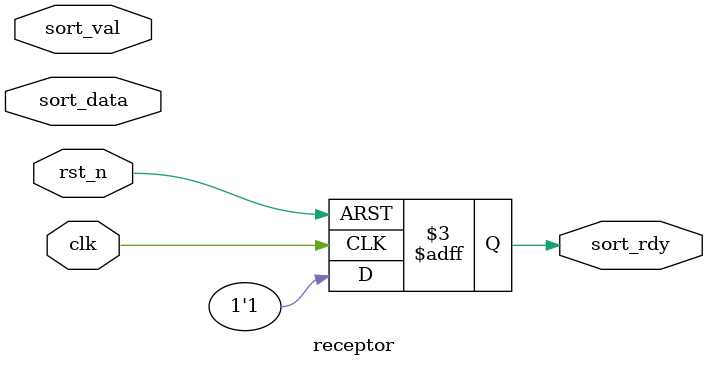
<source format=v>


module receptor#(
parameter DATA_WIDTH = 'd8
) (
input 					  rst_n,
input 					  clk,

output  reg 			  sort_rdy,
input   			      sort_val,
input  [DATA_WIDTH-1 :0]  sort_data
);


always @(posedge clk or negedge rst_n)
	if(~rst_n)   sort_rdy <= 1'b0; else
			sort_rdy <= 1'b1; //mereu pregatit
endmodule

</source>
